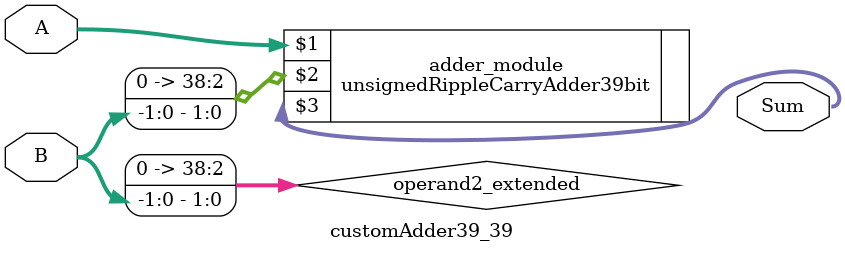
<source format=v>
module customAdder39_39(
                        input [38 : 0] A,
                        input [-1 : 0] B,
                        
                        output [39 : 0] Sum
                );

        wire [38 : 0] operand2_extended;
        
        assign operand2_extended =  {39'b0, B};
        
        unsignedRippleCarryAdder39bit adder_module(
            A,
            operand2_extended,
            Sum
        );
        
        endmodule
        
</source>
